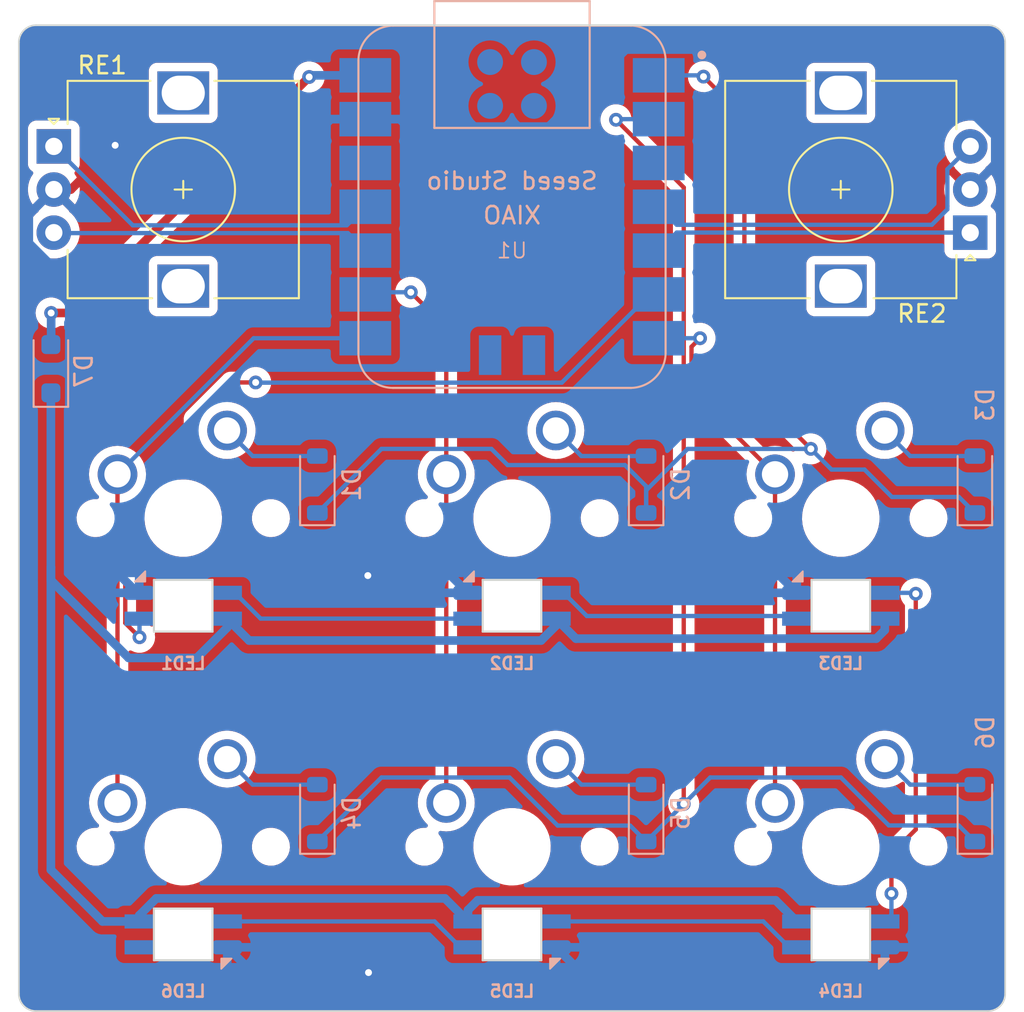
<source format=kicad_pcb>
(kicad_pcb (version 20221018) (generator pcbnew)
  (layers (0 "F.Cu" signal) (31 "B.Cu" signal) (34 "B.Paste" user) (35 "F.Paste" user) (36 "B.SilkS" user "B.Silkscreen") (37 "F.SilkS" user "F.Silkscreen") (38 "B.Mask" user) (39 "F.Mask" user) (44 "Edge.Cuts" user))
  (net 0 "")
  (net 1 "row0")
  (net 2 "Net-(D1-A)")
  (net 3 "Net-(D2-A)")
  (net 4 "Net-(D3-A)")
  (net 5 "row1")
  (net 6 "Net-(D4-A)")
  (net 7 "Net-(D5-A)")
  (net 8 "Net-(D6-A)")
  (net 9 "+4V")
  (net 10 "+5V")
  (net 11 "Net-(LED1-DOUT)")
  (net 12 "LED")
  (net 13 "GND")
  (net 14 "Net-(LED2-DOUT)")
  (net 15 "Net-(LED3-DOUT)")
  (net 16 "Net-(LED4-DOUT)")
  (net 17 "Net-(LED5-DOUT)")
  (net 19 "RE1_A")
  (net 20 "RE1_B")
  (net 21 "RE2_A")
  (net 22 "RE2_B")
  (net 23 "col0")
  (net 24 "col1")
  (net 25 "col2")
  (footprint "Rotary_Encoder:RotaryEncoder_Alps_EC12E_Vertical_H20mm" (layer "F.Cu") (at 49.65 54.65)
    (fp_text reference "RE1" (at 2.8 -4.7) (layer "F.SilkS"))
    (fp_text value "RotaryEncoder")
    (fp_line (start -0.3 -1.6) (end 0.3 -1.6) (stroke (width 0.12)) (layer "F.SilkS"))
    (fp_line (start 0 -1.3) (end -0.3 -1.6) (stroke (width 0.12)) (layer "F.SilkS"))
    (fp_line (start 0.3 -1.6) (end 0 -1.3) (stroke (width 0.12)) (layer "F.SilkS"))
    (fp_line (start 0.8 -3.8) (end 0.8 -1.3) (stroke (width 0.12)) (layer "F.SilkS"))
    (fp_line (start 0.8 8.8) (end 0.8 6) (stroke (width 0.12)) (layer "F.SilkS"))
    (fp_line (start 5.6 -3.8) (end 0.8 -3.8) (stroke (width 0.12)) (layer "F.SilkS"))
    (fp_line (start 5.7 8.8) (end 0.8 8.8) (stroke (width 0.12)) (layer "F.SilkS"))
    (fp_line (start 7 2.5) (end 8 2.5) (stroke (width 0.12)) (layer "F.SilkS"))
    (fp_line (start 7.5 2) (end 7.5 3) (stroke (width 0.12)) (layer "F.SilkS"))
    (fp_line (start 9.3 -3.8) (end 14.2 -3.8) (stroke (width 0.12)) (layer "F.SilkS"))
    (fp_line (start 14.2 -3.8) (end 14.2 8.8) (stroke (width 0.12)) (layer "F.SilkS"))
    (fp_line (start 14.2 8.8) (end 9.3 8.8) (stroke (width 0.12)) (layer "F.SilkS"))
    (fp_circle (center 7.5 2.5) (end 10.5 2.5) (stroke (width 0.12)) (fill none) (layer "F.SilkS"))
    (pad "A" thru_hole rect (at 0 0) (size 2 2) (drill 1) (layers "*.Cu" "*.Mask") (net 19 "RE1_A"))
    (pad "B" thru_hole circle (at 0 5) (size 2 2) (drill 1) (layers "*.Cu" "*.Mask") (net 20 "RE1_B"))
    (pad "C" thru_hole circle (at 0 2.5) (size 2 2) (drill 1) (layers "*.Cu" "*.Mask") (net 13 "GND"))
    (pad "MP" thru_hole rect (at 7.5 -3.1) (size 3 2.5) (drill oval 2.5 2) (layers "*.Cu" "*.Mask"))
    (pad "MP" thru_hole rect (at 7.5 8.1) (size 3 2.5) (drill oval 2.5 2) (layers "*.Cu" "*.Mask"))
  )
  (footprint "MX_Solderable:MX-Solderable-1U" (layer "F.Cu") (at 76.2 95.25)
    (fp_text reference "SW5")
    (fp_text value "SW_Push")
    (pad "" np_thru_hole circle (at -5.08 0 48.099) (size 1.7018 1.7018) (drill 1.7018) (layers "F&B.Cu" "*.Mask"))
    (pad "" np_thru_hole circle (at 0 0) (size 3.9878 3.9878) (drill 3.9878) (layers "*.Cu" "*.Mask"))
    (pad "" np_thru_hole circle (at 5.08 0 48.099) (size 1.7018 1.7018) (drill 1.7018) (layers "F&B.Cu" "*.Mask"))
    (pad "1" thru_hole circle (at -3.81 -2.54) (size 2.3 2.3) (drill 1.524) (layers "*.Cu" "B.Mask") (net 24 "col1"))
    (pad "2" thru_hole circle (at 2.54 -5.08) (size 2.3 2.3) (drill 1.524) (layers "*.Cu" "B.Mask") (net 7 "Net-(D5-A)"))
  )
  (footprint "MX_Solderable:MX-Solderable-1U" (layer "F.Cu") (at 95.25 95.25)
    (fp_text reference "SW6")
    (fp_text value "SW_Push")
    (pad "" np_thru_hole circle (at -5.08 0 48.099) (size 1.7018 1.7018) (drill 1.7018) (layers "F&B.Cu" "*.Mask"))
    (pad "" np_thru_hole circle (at 0 0) (size 3.9878 3.9878) (drill 3.9878) (layers "*.Cu" "*.Mask"))
    (pad "" np_thru_hole circle (at 5.08 0 48.099) (size 1.7018 1.7018) (drill 1.7018) (layers "F&B.Cu" "*.Mask"))
    (pad "1" thru_hole circle (at -3.81 -2.54) (size 2.3 2.3) (drill 1.524) (layers "*.Cu" "B.Mask") (net 25 "col2"))
    (pad "2" thru_hole circle (at 2.54 -5.08) (size 2.3 2.3) (drill 1.524) (layers "*.Cu" "B.Mask") (net 8 "Net-(D6-A)"))
  )
  (footprint "MX_Solderable:MX-Solderable-1U" (layer "F.Cu") (at 57.15 95.25)
    (fp_text reference "SW4")
    (fp_text value "SW_Push")
    (pad "" np_thru_hole circle (at -5.08 0 48.099) (size 1.7018 1.7018) (drill 1.7018) (layers "F&B.Cu" "*.Mask"))
    (pad "" np_thru_hole circle (at 0 0) (size 3.9878 3.9878) (drill 3.9878) (layers "*.Cu" "*.Mask"))
    (pad "" np_thru_hole circle (at 5.08 0 48.099) (size 1.7018 1.7018) (drill 1.7018) (layers "F&B.Cu" "*.Mask"))
    (pad "1" thru_hole circle (at -3.81 -2.54) (size 2.3 2.3) (drill 1.524) (layers "*.Cu" "B.Mask") (net 23 "col0"))
    (pad "2" thru_hole circle (at 2.54 -5.08) (size 2.3 2.3) (drill 1.524) (layers "*.Cu" "B.Mask") (net 6 "Net-(D4-A)"))
  )
  (footprint "MX_Solderable:MX-Solderable-1U" (layer "F.Cu") (at 57.15 76.2)
    (fp_text reference "SW1")
    (fp_text value "SW_Push")
    (pad "" np_thru_hole circle (at -5.08 0 48.099) (size 1.7018 1.7018) (drill 1.7018) (layers "F&B.Cu" "*.Mask"))
    (pad "" np_thru_hole circle (at 0 0) (size 3.9878 3.9878) (drill 3.9878) (layers "*.Cu" "*.Mask"))
    (pad "" np_thru_hole circle (at 5.08 0 48.099) (size 1.7018 1.7018) (drill 1.7018) (layers "F&B.Cu" "*.Mask"))
    (pad "1" thru_hole circle (at -3.81 -2.54) (size 2.3 2.3) (drill 1.524) (layers "*.Cu" "B.Mask") (net 23 "col0"))
    (pad "2" thru_hole circle (at 2.54 -5.08) (size 2.3 2.3) (drill 1.524) (layers "*.Cu" "B.Mask") (net 2 "Net-(D1-A)"))
  )
  (footprint "MX_Solderable:MX-Solderable-1U" (layer "F.Cu") (at 76.2 76.2)
    (fp_text reference "SW2")
    (fp_text value "SW_Push")
    (pad "" np_thru_hole circle (at -5.08 0 48.099) (size 1.7018 1.7018) (drill 1.7018) (layers "F&B.Cu" "*.Mask"))
    (pad "" np_thru_hole circle (at 0 0) (size 3.9878 3.9878) (drill 3.9878) (layers "*.Cu" "*.Mask"))
    (pad "" np_thru_hole circle (at 5.08 0 48.099) (size 1.7018 1.7018) (drill 1.7018) (layers "F&B.Cu" "*.Mask"))
    (pad "1" thru_hole circle (at -3.81 -2.54) (size 2.3 2.3) (drill 1.524) (layers "*.Cu" "B.Mask") (net 24 "col1"))
    (pad "2" thru_hole circle (at 2.54 -5.08) (size 2.3 2.3) (drill 1.524) (layers "*.Cu" "B.Mask") (net 3 "Net-(D2-A)"))
  )
  (footprint "Rotary_Encoder:RotaryEncoder_Alps_EC12E_Vertical_H20mm" (layer "F.Cu") (at 102.75 59.65 180)
    (fp_text reference "RE2" (at 2.8 -4.7) (layer "F.SilkS"))
    (fp_text value "RotaryEncoder")
    (fp_line (start -0.3 -1.6) (end 0.3 -1.6) (stroke (width 0.12)) (layer "F.SilkS"))
    (fp_line (start 0 -1.3) (end -0.3 -1.6) (stroke (width 0.12)) (layer "F.SilkS"))
    (fp_line (start 0.3 -1.6) (end 0 -1.3) (stroke (width 0.12)) (layer "F.SilkS"))
    (fp_line (start 0.8 -3.8) (end 0.8 -1.3) (stroke (width 0.12)) (layer "F.SilkS"))
    (fp_line (start 0.8 8.8) (end 0.8 6) (stroke (width 0.12)) (layer "F.SilkS"))
    (fp_line (start 5.6 -3.8) (end 0.8 -3.8) (stroke (width 0.12)) (layer "F.SilkS"))
    (fp_line (start 5.7 8.8) (end 0.8 8.8) (stroke (width 0.12)) (layer "F.SilkS"))
    (fp_line (start 7 2.5) (end 8 2.5) (stroke (width 0.12)) (layer "F.SilkS"))
    (fp_line (start 7.5 2) (end 7.5 3) (stroke (width 0.12)) (layer "F.SilkS"))
    (fp_line (start 9.3 -3.8) (end 14.2 -3.8) (stroke (width 0.12)) (layer "F.SilkS"))
    (fp_line (start 14.2 -3.8) (end 14.2 8.8) (stroke (width 0.12)) (layer "F.SilkS"))
    (fp_line (start 14.2 8.8) (end 9.3 8.8) (stroke (width 0.12)) (layer "F.SilkS"))
    (fp_circle (center 7.5 2.5) (end 10.5 2.5) (stroke (width 0.12)) (fill none) (layer "F.SilkS"))
    (pad "A" thru_hole rect (at 0 0 180) (size 2 2) (drill 1) (layers "*.Cu" "*.Mask") (net 21 "RE2_A"))
    (pad "B" thru_hole circle (at 0 5 180) (size 2 2) (drill 1) (layers "*.Cu" "*.Mask") (net 22 "RE2_B"))
    (pad "C" thru_hole circle (at 0 2.5 180) (size 2 2) (drill 1) (layers "*.Cu" "*.Mask") (net 13 "GND"))
    (pad "MP" thru_hole rect (at 7.5 -3.1 180) (size 3 2.5) (drill oval 2.5 2) (layers "*.Cu" "*.Mask"))
    (pad "MP" thru_hole rect (at 7.5 8.1 180) (size 3 2.5) (drill oval 2.5 2) (layers "*.Cu" "*.Mask"))
  )
  (footprint "MX_Solderable:MX-Solderable-1U" (layer "F.Cu") (at 95.25 76.2)
    (fp_text reference "SW3")
    (fp_text value "SW_Push")
    (pad "" np_thru_hole circle (at -5.08 0 48.099) (size 1.7018 1.7018) (drill 1.7018) (layers "F&B.Cu" "*.Mask"))
    (pad "" np_thru_hole circle (at 0 0) (size 3.9878 3.9878) (drill 3.9878) (layers "*.Cu" "*.Mask"))
    (pad "" np_thru_hole circle (at 5.08 0 48.099) (size 1.7018 1.7018) (drill 1.7018) (layers "F&B.Cu" "*.Mask"))
    (pad "1" thru_hole circle (at -3.81 -2.54) (size 2.3 2.3) (drill 1.524) (layers "*.Cu" "B.Mask") (net 25 "col2"))
    (pad "2" thru_hole circle (at 2.54 -5.08) (size 2.3 2.3) (drill 1.524) (layers "*.Cu" "B.Mask") (net 4 "Net-(D3-A)"))
  )
  (footprint "Keebio-Parts:SK6812-MINI-E" (layer "B.Cu") (at 76.2 100.33)
    (fp_text reference "LED5" (at 0 3.295 unlocked) (layer "B.SilkS") (effects (font (size 0.7 0.7)) (justify mirror)))
    (fp_text value "SK6812MINI-E" hide)
    (fp_poly (pts (xy 2.8 1.4) (xy 2.2 1.4) (xy 2.2 2)) (stroke (width 0.1)) (fill solid) (layer "B.SilkS"))
    (fp_line (start -1.7 -1.5) (end -1.7 1.5) (stroke (width 0.12)) (layer "Edge.Cuts"))
    (fp_line (start -1.7 1.5) (end 1.7 1.5) (stroke (width 0.12)) (layer "Edge.Cuts"))
    (fp_line (start 1.7 -1.5) (end -1.7 -1.5) (stroke (width 0.12)) (layer "Edge.Cuts"))
    (fp_line (start 1.7 1.5) (end 1.7 -1.5) (stroke (width 0.12)) (layer "Edge.Cuts"))
    (pad "1" smd rect (at -2.55 -0.75) (size 1.7 0.82) (layers "B.Cu" "B.Paste" "B.Mask") (net 9 "+4V"))
    (pad "2" smd rect (at -2.55 0.75) (size 1.7 0.82) (layers "B.Cu" "B.Paste" "B.Mask") (net 17 "Net-(LED5-DOUT)"))
    (pad "3" smd roundrect (at 2.55 0.75) (size 1.7 0.82) (layers "B.Cu" "B.Paste" "B.Mask") (net 13 "GND"))
    (pad "4" smd rect (at 2.55 -0.75) (size 1.7 0.82) (layers "B.Cu" "B.Paste" "B.Mask") (net 16 "Net-(LED4-DOUT)"))
  )
  (footprint "Keebio-Parts:SK6812-MINI-E" (layer "B.Cu") (at 76.2 81.28 180)
    (fp_text reference "LED2" (at 0 -3.345 unlocked) (layer "B.SilkS") (effects (font (size 0.7 0.7)) (justify mirror)))
    (fp_text value "SK6812MINI-E" hide)
    (fp_poly (pts (xy 2.8 1.4) (xy 2.2 1.4) (xy 2.2 2)) (stroke (width 0.1)) (fill solid) (layer "B.SilkS"))
    (fp_line (start -1.7 -1.5) (end -1.7 1.5) (stroke (width 0.12)) (layer "Edge.Cuts"))
    (fp_line (start -1.7 1.5) (end 1.7 1.5) (stroke (width 0.12)) (layer "Edge.Cuts"))
    (fp_line (start 1.7 -1.5) (end -1.7 -1.5) (stroke (width 0.12)) (layer "Edge.Cuts"))
    (fp_line (start 1.7 1.5) (end 1.7 -1.5) (stroke (width 0.12)) (layer "Edge.Cuts"))
    (pad "1" smd rect (at -2.55 -0.75 180) (size 1.7 0.82) (layers "B.Cu" "B.Paste" "B.Mask") (net 9 "+4V"))
    (pad "2" smd rect (at -2.55 0.75 180) (size 1.7 0.82) (layers "B.Cu" "B.Paste" "B.Mask") (net 14 "Net-(LED2-DOUT)"))
    (pad "3" smd roundrect (at 2.55 0.75 180) (size 1.7 0.82) (layers "B.Cu" "B.Paste" "B.Mask") (net 13 "GND"))
    (pad "4" smd rect (at 2.55 -0.75 180) (size 1.7 0.82) (layers "B.Cu" "B.Paste" "B.Mask") (net 11 "Net-(LED1-DOUT)"))
  )
  (footprint "Keebio-Parts:SK6812-MINI-E" (layer "B.Cu") (at 57.15 100.33)
    (fp_text reference "LED6" (at 0 3.295 unlocked) (layer "B.SilkS") (effects (font (size 0.7 0.7)) (justify mirror)))
    (fp_text value "SK6812MINI-E" hide)
    (fp_poly (pts (xy 2.8 1.4) (xy 2.2 1.4) (xy 2.2 2)) (stroke (width 0.1)) (fill solid) (layer "B.SilkS"))
    (fp_line (start -1.7 -1.5) (end -1.7 1.5) (stroke (width 0.12)) (layer "Edge.Cuts"))
    (fp_line (start -1.7 1.5) (end 1.7 1.5) (stroke (width 0.12)) (layer "Edge.Cuts"))
    (fp_line (start 1.7 -1.5) (end -1.7 -1.5) (stroke (width 0.12)) (layer "Edge.Cuts"))
    (fp_line (start 1.7 1.5) (end 1.7 -1.5) (stroke (width 0.12)) (layer "Edge.Cuts"))
    (pad "1" smd rect (at -2.55 -0.75) (size 1.7 0.82) (layers "B.Cu" "B.Paste" "B.Mask") (net 9 "+4V"))
    (pad "2" smd rect (at -2.55 0.75) (size 1.7 0.82) (layers "B.Cu" "B.Paste" "B.Mask"))
    (pad "3" smd roundrect (at 2.55 0.75) (size 1.7 0.82) (layers "B.Cu" "B.Paste" "B.Mask") (net 13 "GND"))
    (pad "4" smd rect (at 2.55 -0.75) (size 1.7 0.82) (layers "B.Cu" "B.Paste" "B.Mask") (net 17 "Net-(LED5-DOUT)"))
  )
  (footprint "Diode_SMD:D_SOD-123" (layer "B.Cu") (at 103.02 93.3 90)
    (fp_text reference "D6" (at 4.675 0.605 90) (layer "B.SilkS") (effects (justify mirror)))
    (fp_text value "1N4148W")
    (fp_line (start -2.36 -1) (end 1.65 -1) (stroke (width 0.12)) (layer "B.SilkS"))
    (fp_line (start -2.36 1) (end -2.36 -1) (stroke (width 0.12)) (layer "B.SilkS"))
    (fp_line (start -2.36 1) (end 1.65 1) (stroke (width 0.12)) (layer "B.SilkS"))
    (pad "1" smd roundrect (at -1.65 0 90) (size 0.9 1.2) (layers "B.Cu" "B.Paste" "B.Mask") (net 5 "row1"))
    (pad "2" smd roundrect (at 1.65 0 90) (size 0.9 1.2) (layers "B.Cu" "B.Paste" "B.Mask") (net 8 "Net-(D6-A)"))
  )
  (footprint "Diode_SMD:D_SOD-123" (layer "B.Cu") (at 64.92 93.3 90)
    (fp_text reference "D4" (at 0 2 90) (layer "B.SilkS") (effects (justify mirror)))
    (fp_text value "1N4148W")
    (fp_line (start -2.36 -1) (end 1.65 -1) (stroke (width 0.12)) (layer "B.SilkS"))
    (fp_line (start -2.36 1) (end -2.36 -1) (stroke (width 0.12)) (layer "B.SilkS"))
    (fp_line (start -2.36 1) (end 1.65 1) (stroke (width 0.12)) (layer "B.SilkS"))
    (pad "1" smd roundrect (at -1.65 0 90) (size 0.9 1.2) (layers "B.Cu" "B.Paste" "B.Mask") (net 5 "row1"))
    (pad "2" smd roundrect (at 1.65 0 90) (size 0.9 1.2) (layers "B.Cu" "B.Paste" "B.Mask") (net 6 "Net-(D4-A)"))
  )
  (footprint "Diode_SMD:D_SOD-123F" (layer "B.Cu") (at 49.48 67.5375 90)
    (fp_text reference "D7" (at -0.127 1.905 90) (layer "B.SilkS") (effects (justify mirror)))
    (fp_text value "GS1010FL")
    (fp_line (start -2.21 -1) (end 1.65 -1) (stroke (width 0.12)) (layer "B.SilkS"))
    (fp_line (start -2.21 1) (end -2.21 -1) (stroke (width 0.12)) (layer "B.SilkS"))
    (fp_line (start -2.21 1) (end 1.65 1) (stroke (width 0.12)) (layer "B.SilkS"))
    (pad "1" smd roundrect (at -1.4 0 90) (size 1.1 1.1) (layers "B.Cu" "B.Paste" "B.Mask") (roundrect_rratio 0.2272727273) (net 9 "+4V"))
    (pad "2" smd roundrect (at 1.4 0 90) (size 1.1 1.1) (layers "B.Cu" "B.Paste" "B.Mask") (roundrect_rratio 0.2272727273) (net 10 "+5V"))
  )
  (footprint "Keebio-Parts:SK6812-MINI-E" (layer "B.Cu") (at 95.25 81.28 180)
    (fp_text reference "LED3" (at 0 -3.345 unlocked) (layer "B.SilkS") (effects (font (size 0.7 0.7)) (justify mirror)))
    (fp_text value "SK6812MINI-E" hide)
    (fp_poly (pts (xy 2.8 1.4) (xy 2.2 1.4) (xy 2.2 2)) (stroke (width 0.1)) (fill solid) (layer "B.SilkS"))
    (fp_line (start -1.7 -1.5) (end -1.7 1.5) (stroke (width 0.12)) (layer "Edge.Cuts"))
    (fp_line (start -1.7 1.5) (end 1.7 1.5) (stroke (width 0.12)) (layer "Edge.Cuts"))
    (fp_line (start 1.7 -1.5) (end -1.7 -1.5) (stroke (width 0.12)) (layer "Edge.Cuts"))
    (fp_line (start 1.7 1.5) (end 1.7 -1.5) (stroke (width 0.12)) (layer "Edge.Cuts"))
    (pad "1" smd rect (at -2.55 -0.75 180) (size 1.7 0.82) (layers "B.Cu" "B.Paste" "B.Mask") (net 9 "+4V"))
    (pad "2" smd rect (at -2.55 0.75 180) (size 1.7 0.82) (layers "B.Cu" "B.Paste" "B.Mask") (net 15 "Net-(LED3-DOUT)"))
    (pad "3" smd roundrect (at 2.55 0.75 180) (size 1.7 0.82) (layers "B.Cu" "B.Paste" "B.Mask") (net 13 "GND"))
    (pad "4" smd rect (at 2.55 -0.75 180) (size 1.7 0.82) (layers "B.Cu" "B.Paste" "B.Mask") (net 14 "Net-(LED2-DOUT)"))
  )
  (footprint "Diode_SMD:D_SOD-123" (layer "B.Cu") (at 103.02 74.25 90)
    (fp_text reference "D3" (at 4.625 0.605 90) (layer "B.SilkS") (effects (justify mirror)))
    (fp_text value "1N4148W")
    (fp_line (start -2.36 -1) (end 1.65 -1) (stroke (width 0.12)) (layer "B.SilkS"))
    (fp_line (start -2.36 1) (end -2.36 -1) (stroke (width 0.12)) (layer "B.SilkS"))
    (fp_line (start -2.36 1) (end 1.65 1) (stroke (width 0.12)) (layer "B.SilkS"))
    (pad "1" smd roundrect (at -1.65 0 90) (size 0.9 1.2) (layers "B.Cu" "B.Paste" "B.Mask") (net 1 "row0"))
    (pad "2" smd roundrect (at 1.65 0 90) (size 0.9 1.2) (layers "B.Cu" "B.Paste" "B.Mask") (net 4 "Net-(D3-A)"))
  )
  (footprint "Keebio-Parts:SK6812-MINI-E" (layer "B.Cu") (at 95.25 100.33)
    (fp_text reference "LED4" (at 0 3.295 unlocked) (layer "B.SilkS") (effects (font (size 0.7 0.7)) (justify mirror)))
    (fp_text value "SK6812MINI-E" hide)
    (fp_poly (pts (xy 2.8 1.4) (xy 2.2 1.4) (xy 2.2 2)) (stroke (width 0.1)) (fill solid) (layer "B.SilkS"))
    (fp_line (start -1.7 -1.5) (end -1.7 1.5) (stroke (width 0.12)) (layer "Edge.Cuts"))
    (fp_line (start -1.7 1.5) (end 1.7 1.5) (stroke (width 0.12)) (layer "Edge.Cuts"))
    (fp_line (start 1.7 -1.5) (end -1.7 -1.5) (stroke (width 0.12)) (layer "Edge.Cuts"))
    (fp_line (start 1.7 1.5) (end 1.7 -1.5) (stroke (width 0.12)) (layer "Edge.Cuts"))
    (pad "1" smd rect (at -2.55 -0.75) (size 1.7 0.82) (layers "B.Cu" "B.Paste" "B.Mask") (net 9 "+4V"))
    (pad "2" smd rect (at -2.55 0.75) (size 1.7 0.82) (layers "B.Cu" "B.Paste" "B.Mask") (net 16 "Net-(LED4-DOUT)"))
    (pad "3" smd roundrect (at 2.55 0.75) (size 1.7 0.82) (layers "B.Cu" "B.Paste" "B.Mask") (net 13 "GND"))
    (pad "4" smd rect (at 2.55 -0.75) (size 1.7 0.82) (layers "B.Cu" "B.Paste" "B.Mask") (net 15 "Net-(LED3-DOUT)"))
  )
  (footprint "Diode_SMD:D_SOD-123" (layer "B.Cu") (at 83.97 93.3 90)
    (fp_text reference "D5" (at 0 2 90) (layer "B.SilkS") (effects (justify mirror)))
    (fp_text value "1N4148W")
    (fp_line (start -2.36 -1) (end 1.65 -1) (stroke (width 0.12)) (layer "B.SilkS"))
    (fp_line (start -2.36 1) (end -2.36 -1) (stroke (width 0.12)) (layer "B.SilkS"))
    (fp_line (start -2.36 1) (end 1.65 1) (stroke (width 0.12)) (layer "B.SilkS"))
    (pad "1" smd roundrect (at -1.65 0 90) (size 0.9 1.2) (layers "B.Cu" "B.Paste" "B.Mask") (net 5 "row1"))
    (pad "2" smd roundrect (at 1.65 0 90) (size 0.9 1.2) (layers "B.Cu" "B.Paste" "B.Mask") (net 7 "Net-(D5-A)"))
  )
  (footprint "Seeed Studio XIAO Series Library:XIAO-SAMD21-RP2040-14P-2.54-21X17.8MM (Seeeduino XIAO)" (layer "B.Cu") (at 76.2 58.15 180)
    (fp_text reference "U1" (at 0 -2.54) (layer "B.SilkS") (effects (font (size 0.889 0.889) (thickness 0.1016)) (justify mirror)))
    (fp_text value "Seeed Studio XIAO SAMD21" hide)
    (fp_text user "XIAO" (at 0 -0.5 unlocked) (layer "B.SilkS") (effects (justify mirror)))
    (fp_text user "Seeed Studio" (at 0 1.5 unlocked) (layer "B.SilkS") (effects (justify mirror)))
    (fp_line (start -8.9 8.5) (end -8.9 -8.5) (stroke (width 0.127)) (layer "B.SilkS"))
    (fp_line (start -6.9 -10.5) (end 6.9 -10.5) (stroke (width 0.127)) (layer "B.SilkS"))
    (fp_line (start -4.5 4.57073) (end -4.5 11.92403) (stroke (width 0.127)) (layer "B.SilkS"))
    (fp_line (start -4.5 11.92403) (end 4.5 11.92403) (stroke (width 0.127)) (layer "B.SilkS"))
    (fp_line (start 4.5 4.57073) (end -4.5 4.57073) (stroke (width 0.127)) (layer "B.SilkS"))
    (fp_line (start 4.5 11.92403) (end 4.5 4.57073) (stroke (width 0.127)) (layer "B.SilkS"))
    (fp_line (start 6.9 10.49909) (end -6.9 10.49909) (stroke (width 0.127)) (layer "B.SilkS"))
    (fp_line (start 8.9 -8.5) (end 8.9 8.5) (stroke (width 0.127)) (layer "B.SilkS"))
    (fp_arc (start -8.9 -8.5) (mid -8.301423 -9.901423) (end -6.9 -10.5) (stroke (width 0.12)) (layer "B.SilkS"))
    (fp_arc (start -6.9 10.5) (mid -8.301491 9.901491) (end -8.9 8.5) (stroke (width 0.12)) (layer "B.SilkS"))
    (fp_arc (start 6.9 -10.5) (mid 8.314214 -9.914214) (end 8.9 -8.5) (stroke (width 0.12)) (layer "B.SilkS"))
    (fp_arc (start 8.9 8.5) (mid 8.301492 9.901492) (end 6.9 10.5) (stroke (width 0.12)) (layer "B.SilkS"))
    (fp_circle (center -11 8.8) (end -11 9.054) (fill solid) (layer "B.SilkS"))
    (fp_poly (pts (xy -8.887715 8.561705) (xy -8.884667 8.610473) (xy -8.880603 8.659494)) (stroke (width 0.0254)) (fill none) (layer "B.SilkS"))
    (fp_poly (pts (xy 8.889492 -8.521574) (xy 8.887713 -8.57085) (xy 8.884665 -8.619618) (xy 8.880601 -8.668639) (xy 8.875268 -8.717407) (xy 8.868664 -8.766175) (xy 8.861044 -8.81469) (xy 8.852153 -8.86295) (xy 8.842248 -8.910955)) (stroke (width 0.0254)) (fill none) (layer "B.SilkS"))
    (pad "1" smd rect (at -8.5 7.62 180) (size 3 2) (layers "B.Cu" "B.Paste" "B.Mask") (net 1 "row0"))
    (pad "2" smd rect (at -8.5 5.08 180) (size 3 2) (layers "B.Cu" "B.Paste" "B.Mask") (net 5 "row1"))
    (pad "3" smd rect (at -8.5 2.54 180) (size 3 2) (layers "B.Cu" "B.Paste" "B.Mask"))
    (pad "4" smd rect (at -8.5 0 180) (size 3 2) (layers "B.Cu" "B.Paste" "B.Mask") (net 22 "RE2_B"))
    (pad "5" smd rect (at -8.5 -2.54 180) (size 3 2) (layers "B.Cu" "B.Paste" "B.Mask") (net 21 "RE2_A"))
    (pad "6" smd rect (at -8.5 -5.08) (size 3 2) (layers "B.Cu" "B.Paste" "B.Mask") (net 12 "LED"))
    (pad "7" smd rect (at -8.5 -7.62 180) (size 3 2) (layers "B.Cu" "B.Paste" "B.Mask") (net 25 "col2"))
    (pad "8" smd rect (at 8.5 -7.62 180) (size 3 2) (layers "B.Cu" "B.Paste" "B.Mask") (net 23 "col0"))
    (pad "9" smd rect (at 8.5 -5.08 180) (size 3 2) (layers "B.Cu" "B.Paste" "B.Mask") (net 24 "col1"))
    (pad "10" smd rect (at 8.5 -2.54 180) (size 3 2) (layers "B.Cu" "B.Paste" "B.Mask") (net 20 "RE1_B"))
    (pad "11" smd rect (at 8.5 0 180) (size 3 2) (layers "B.Cu" "B.Paste" "B.Mask") (net 19 "RE1_A"))
    (pad "12" smd rect (at 8.5 2.54 180) (size 3 2) (layers "B.Cu" "B.Paste" "B.Mask"))
    (pad "13" smd rect (at 8.5 5.08 180) (size 3 2) (layers "B.Cu" "B.Paste" "B.Mask") (net 13 "GND"))
    (pad "14" smd rect (at 8.5 7.62 180) (size 3 2) (layers "B.Cu" "B.Paste" "B.Mask") (net 10 "+5V"))
    (pad "15" smd circle (at -1.27 8.39 90) (size 1.5 1.5) (layers "B.Cu" "B.Paste" "B.Mask"))
    (pad "16" smd circle (at 1.27 8.39 90) (size 1.5 1.5) (layers "B.Cu" "B.Paste" "B.Mask"))
    (pad "17" smd circle (at -1.27 5.85 90) (size 1.5 1.5) (layers "B.Cu" "B.Paste" "B.Mask"))
    (pad "18" smd circle (at 1.27 5.85 90) (size 1.5 1.5) (layers "B.Cu" "B.Paste" "B.Mask"))
    (pad "19" smd rect (at -1.27 -8.6 90) (size 2.3 1.3) (layers "B.Cu" "B.Paste" "B.Mask"))
    (pad "20" smd rect (at 1.27 -8.6 90) (size 2.3 1.3) (layers "B.Cu" "B.Paste" "B.Mask"))
  )
  (footprint "Diode_SMD:D_SOD-123" (layer "B.Cu") (at 64.92 74.25 90)
    (fp_text reference "D1" (at 0 2 90) (layer "B.SilkS") (effects (justify mirror)))
    (fp_text value "1N4148W")
    (fp_line (start -2.36 -1) (end 1.65 -1) (stroke (width 0.12)) (layer "B.SilkS"))
    (fp_line (start -2.36 1) (end -2.36 -1) (stroke (width 0.12)) (layer "B.SilkS"))
    (fp_line (start -2.36 1) (end 1.65 1) (stroke (width 0.12)) (layer "B.SilkS"))
    (pad "1" smd roundrect (at -1.65 0 90) (size 0.9 1.2) (layers "B.Cu" "B.Paste" "B.Mask") (net 1 "row0"))
    (pad "2" smd roundrect (at 1.65 0 90) (size 0.9 1.2) (layers "B.Cu" "B.Paste" "B.Mask") (net 2 "Net-(D1-A)"))
  )
  (footprint "Keebio-Parts:SK6812-MINI-E" (layer "B.Cu") (at 57.15 81.28 180)
    (fp_text reference "LED1" (at 0 -3.345 unlocked) (layer "B.SilkS") (effects (font (size 0.7 0.7)) (justify mirror)))
    (fp_text value "SK6812MINI-E" hide)
    (fp_poly (pts (xy 2.8 1.4) (xy 2.2 1.4) (xy 2.2 2)) (stroke (width 0.1)) (fill solid) (layer "B.SilkS"))
    (fp_line (start -1.7 -1.5) (end -1.7 1.5) (stroke (width 0.12)) (layer "Edge.Cuts"))
    (fp_line (start -1.7 1.5) (end 1.7 1.5) (stroke (width 0.12)) (layer "Edge.Cuts"))
    (fp_line (start 1.7 -1.5) (end -1.7 -1.5) (stroke (width 0.12)) (layer "Edge.Cuts"))
    (fp_line (start 1.7 1.5) (end 1.7 -1.5) (stroke (width 0.12)) (layer "Edge.Cuts"))
    (pad "1" smd rect (at -2.55 -0.75 180) (size 1.7 0.82) (layers "B.Cu" "B.Paste" "B.Mask") (net 9 "+4V"))
    (pad "2" smd rect (at -2.55 0.75 180) (size 1.7 0.82) (layers "B.Cu" "B.Paste" "B.Mask") (net 11 "Net-(LED1-DOUT)"))
    (pad "3" smd roundrect (at 2.55 0.75 180) (size 1.7 0.82) (layers "B.Cu" "B.Paste" "B.Mask") (net 13 "GND"))
    (pad "4" smd rect (at 2.55 -0.75 180) (size 1.7 0.82) (layers "B.Cu" "B.Paste" "B.Mask") (net 12 "LED"))
  )
  (footprint "Diode_SMD:D_SOD-123" (layer "B.Cu") (at 83.97 74.25 90)
    (fp_text reference "D2" (at 0 2 90) (layer "B.SilkS") (effects (justify mirror)))
    (fp_text value "1N4148W")
    (fp_line (start -2.36 -1) (end 1.65 -1) (stroke (width 0.12)) (layer "B.SilkS"))
    (fp_line (start -2.36 1) (end -2.36 -1) (stroke (width 0.12)) (layer "B.SilkS"))
    (fp_line (start -2.36 1) (end 1.65 1) (stroke (width 0.12)) (layer "B.SilkS"))
    (pad "1" smd roundrect (at -1.65 0 90) (size 0.9 1.2) (layers "B.Cu" "B.Paste" "B.Mask") (net 1 "row0"))
    (pad "2" smd roundrect (at 1.65 0 90) (size 0.9 1.2) (layers "B.Cu" "B.Paste" "B.Mask") (net 3 "Net-(D2-A)"))
  )
  (gr_line (start 103.775 104.775) (end 48.625 104.775) (stroke (width 0.1)) (layer "Edge.Cuts"))
  (gr_arc (start 104.775 103.775) (mid 104.482107 104.482107) (end 103.775 104.775) (stroke (width 0.1)) (layer "Edge.Cuts"))
  (gr_line (start 104.775 48.625) (end 104.775 103.775) (stroke (width 0.1)) (layer "Edge.Cuts"))
  (gr_line (start 47.625 103.775) (end 47.625 48.625) (stroke (width 0.1)) (layer "Edge.Cuts"))
  (gr_arc (start 103.775 47.625) (mid 104.482107 47.917893) (end 104.775 48.625) (stroke (width 0.1)) (layer "Edge.Cuts"))
  (gr_line (start 48.625 47.625) (end 103.775 47.625) (stroke (width 0.1)) (layer "Edge.Cuts"))
  (gr_arc (start 48.625 104.775) (mid 47.917893 104.482107) (end 47.625 103.775) (stroke (width 0.1)) (layer "Edge.Cuts"))
  (gr_arc (start 47.625 48.625) (mid 47.917893 47.917893) (end 48.625 47.625) (stroke (width 0.1)) (layer "Edge.Cuts"))
  (segment (start 89.665 68.335) (end 93.515 72.185) (width 0.25) (layer "F.Cu") (net 1))
  (segment (start 87.295 50.605) (end 89.665 52.975) (width 0.25) (layer "F.Cu") (net 1))
  (segment (start 89.665 52.975) (end 89.665 68.335) (width 0.25) (layer "F.Cu") (net 1))
  (via (at 93.515 72.185) (size 0.8) (drill 0.4) (layers "F.Cu" "B.Cu") (net 1))
  (via (at 87.295 50.605) (size 0.8) (drill 0.4) (layers "F.Cu" "B.Cu") (net 1))
  (segment (start 102.0941 74.9741) (end 103.02 75.9) (width 0.25) (layer "B.Cu") (net 1))
  (segment (start 83.97 74.59) (end 86.375 72.185) (width 0.25) (layer "B.Cu") (net 1))
  (segment (start 87.22 50.53) (end 87.295 50.605) (width 0.25) (layer "B.Cu") (net 1))
  (segment (start 93.515 72.185) (end 94.715 73.385) (width 0.25) (layer "B.Cu") (net 1))
  (segment (start 82.745 73.125) (end 83.97 74.35) (width 0.25) (layer "B.Cu") (net 1))
  (segment (start 83.97 74.35) (end 83.97 75.9) (width 0.25) (layer "B.Cu") (net 1))
  (segment (start 98.2141 74.9741) (end 102.0941 74.9741) (width 0.25) (layer "B.Cu") (net 1))
  (segment (start 84.7 50.53) (end 87.22 50.53) (width 0.25) (layer "B.Cu") (net 1))
  (segment (start 83.97 75.9) (end 83.97 74.59) (width 0.25) (layer "B.Cu") (net 1))
  (segment (start 86.375 72.185) (end 93.515 72.185) (width 0.25) (layer "B.Cu") (net 1))
  (segment (start 64.92 75.9) (end 68.635 72.185) (width 0.25) (layer "B.Cu") (net 1))
  (segment (start 75.945 73.125) (end 82.745 73.125) (width 0.25) (layer "B.Cu") (net 1))
  (segment (start 96.625 73.385) (end 98.2141 74.9741) (width 0.25) (layer "B.Cu") (net 1))
  (segment (start 68.635 72.185) (end 75.005 72.185) (width 0.25) (layer "B.Cu") (net 1))
  (segment (start 75.005 72.185) (end 75.945 73.125) (width 0.25) (layer "B.Cu") (net 1))
  (segment (start 94.715 73.385) (end 96.625 73.385) (width 0.25) (layer "B.Cu") (net 1))
  (segment (start 61.17 72.6) (end 59.69 71.12) (width 0.25) (layer "B.Cu") (net 2))
  (segment (start 64.92 72.6) (end 61.17 72.6) (width 0.25) (layer "B.Cu") (net 2))
  (segment (start 80.22 72.6) (end 78.74 71.12) (width 0.25) (layer "B.Cu") (net 3))
  (segment (start 83.97 72.6) (end 80.22 72.6) (width 0.25) (layer "B.Cu") (net 3))
  (segment (start 99.27 72.6) (end 97.79 71.12) (width 0.25) (layer "B.Cu") (net 4))
  (segment (start 103.02 72.6) (end 99.27 72.6) (width 0.25) (layer "B.Cu") (net 4))
  (segment (start 82.225 53.105) (end 86.15 57.03) (width 0.25) (layer "F.Cu") (net 5))
  (segment (start 86.15 57.03) (end 86.15 92.77) (width 0.25) (layer "F.Cu") (net 5))
  (via (at 82.225 53.105) (size 0.8) (drill 0.4) (layers "F.Cu" "B.Cu") (net 5))
  (via (at 86.15 92.77) (size 0.8) (drill 0.4) (layers "F.Cu" "B.Cu") (net 5))
  (segment (start 95.255 91.235) (end 98.035 94.015) (width 0.25) (layer "B.Cu") (net 5))
  (segment (start 98.035 94.015) (end 102.085 94.015) (width 0.25) (layer "B.Cu") (net 5))
  (segment (start 83.0441 94.0241) (end 83.97 94.95) (width 0.25) (layer "B.Cu") (net 5))
  (segment (start 84.7 53.07) (end 82.26 53.07) (width 0.25) (layer "B.Cu") (net 5))
  (segment (start 68.635 91.235) (end 76.055 91.235) (width 0.25) (layer "B.Cu") (net 5))
  (segment (start 87.685 91.235) (end 95.255 91.235) (width 0.25) (layer "B.Cu") (net 5))
  (segment (start 64.92 94.95) (end 68.635 91.235) (width 0.25) (layer "B.Cu") (net 5))
  (segment (start 86.15 92.77) (end 87.685 91.235) (width 0.25) (layer "B.Cu") (net 5))
  (segment (start 78.8441 94.0241) (end 83.0441 94.0241) (width 0.25) (layer "B.Cu") (net 5))
  (segment (start 83.97 94.95) (end 86.15 92.77) (width 0.25) (layer "B.Cu") (net 5))
  (segment (start 82.26 53.07) (end 82.225 53.105) (width 0.25) (layer "B.Cu") (net 5))
  (segment (start 76.055 91.235) (end 78.8441 94.0241) (width 0.25) (layer "B.Cu") (net 5))
  (segment (start 102.085 94.015) (end 103.02 94.95) (width 0.25) (layer "B.Cu") (net 5))
  (segment (start 64.92 91.65) (end 61.17 91.65) (width 0.25) (layer "B.Cu") (net 6))
  (segment (start 61.17 91.65) (end 59.69 90.17) (width 0.25) (layer "B.Cu") (net 6))
  (segment (start 80.22 91.65) (end 78.74 90.17) (width 0.25) (layer "B.Cu") (net 7))
  (segment (start 83.97 91.65) (end 80.22 91.65) (width 0.25) (layer "B.Cu") (net 7))
  (segment (start 99.27 91.65) (end 97.79 90.17) (width 0.25) (layer "B.Cu") (net 8))
  (segment (start 103.02 91.65) (end 99.27 91.65) (width 0.25) (layer "B.Cu") (net 8))
  (segment (start 54.6 99.58) (end 54.6 99.23) (width 0.5) (layer "B.Cu") (net 9))
  (segment (start 49.48 79.8) (end 53.985 84.305) (width 0.5) (layer "B.Cu") (net 9))
  (segment (start 55.585 98.245) (end 72.315 98.245) (width 0.5) (layer "B.Cu") (net 9))
  (segment (start 53.985 84.305) (end 57.935 84.305) (width 0.5) (layer "B.Cu") (net 9))
  (segment (start 59.7 82.03) (end 60.965 83.295) (width 0.5) (layer "B.Cu") (net 9))
  (segment (start 97.305 83.185) (end 97.8 82.69) (width 0.5) (layer "B.Cu") (net 9))
  (segment (start 54.6 99.23) (end 55.585 98.245) (width 0.5) (layer "B.Cu") (net 9))
  (segment (start 73.65 98.92) (end 74.215 98.355) (width 0.5) (layer "B.Cu") (net 9))
  (segment (start 91.475 98.355) (end 92.7 99.58) (width 0.5) (layer "B.Cu") (net 9))
  (segment (start 52.47 99.58) (end 54.6 99.58) (width 0.5) (layer "B.Cu") (net 9))
  (segment (start 77.885 83.295) (end 78.75 82.43) (width 0.5) (layer "B.Cu") (net 9))
  (segment (start 79.905 83.185) (end 97.305 83.185) (width 0.5) (layer "B.Cu") (net 9))
  (segment (start 74.215 98.355) (end 91.475 98.355) (width 0.5) (layer "B.Cu") (net 9))
  (segment (start 73.65 99.58) (end 73.65 98.92) (width 0.5) (layer "B.Cu") (net 9))
  (segment (start 49.48 79.045) (end 49.48 96.59) (width 0.5) (layer "B.Cu") (net 9))
  (segment (start 59.7 82.54) (end 59.7 82.03) (width 0.5) (layer "B.Cu") (net 9))
  (segment (start 49.48 68.9375) (end 49.48 79.045) (width 0.5) (layer "B.Cu") (net 9))
  (segment (start 49.48 96.59) (end 52.47 99.58) (width 0.5) (layer "B.Cu") (net 9))
  (segment (start 78.75 82.03) (end 79.905 83.185) (width 0.5) (layer "B.Cu") (net 9))
  (segment (start 78.75 82.43) (end 78.75 82.03) (width 0.5) (layer "B.Cu") (net 9))
  (segment (start 60.965 83.295) (end 77.885 83.295) (width 0.5) (layer "B.Cu") (net 9))
  (segment (start 57.935 84.305) (end 59.7 82.54) (width 0.5) (layer "B.Cu") (net 9))
  (segment (start 49.48 79.045) (end 49.48 79.8) (width 0.5) (layer "B.Cu") (net 9))
  (segment (start 97.8 82.69) (end 97.8 82.03) (width 0.5) (layer "B.Cu") (net 9))
  (segment (start 72.315 98.245) (end 73.65 99.58) (width 0.5) (layer "B.Cu") (net 9))
  (segment (start 50.765 64.305) (end 49.495 64.305) (width 0.5) (layer "F.Cu") (net 10))
  (segment (start 64.445 50.625) (end 50.765 64.305) (width 0.5) (layer "F.Cu") (net 10))
  (via (at 49.495 64.305) (size 0.8) (drill 0.4) (layers "F.Cu" "B.Cu") (net 10))
  (via (at 64.445 50.625) (size 0.8) (drill 0.4) (layers "F.Cu" "B.Cu") (net 10))
  (segment (start 67.7 50.53) (end 64.54 50.53) (width 0.5) (layer "B.Cu") (net 10))
  (segment (start 49.495 64.305) (end 49.495 66.1225) (width 0.5) (layer "B.Cu") (net 10))
  (segment (start 49.495 66.1225) (end 49.48 66.1375) (width 0.5) (layer "B.Cu") (net 10))
  (segment (start 64.54 50.53) (end 64.445 50.625) (width 0.5) (layer "B.Cu") (net 10))
  (segment (start 60.14 80.53) (end 61.635 82.025) (width 0.25) (layer "B.Cu") (net 11))
  (segment (start 73.645 82.025) (end 73.65 82.03) (width 0.25) (layer "B.Cu") (net 11))
  (segment (start 59.7 80.53) (end 60.14 80.53) (width 0.25) (layer "B.Cu") (net 11))
  (segment (start 61.635 82.025) (end 73.645 82.025) (width 0.25) (layer "B.Cu") (net 11))
  (segment (start 57.805 70.455) (end 57.805 71.875) (width 0.25) (layer "F.Cu") (net 12))
  (segment (start 53.79 82.28) (end 54.615 83.105) (width 0.25) (layer "F.Cu") (net 12))
  (segment (start 57.805 71.875) (end 53.79 75.89) (width 0.25) (layer "F.Cu") (net 12))
  (segment (start 61.345 68.335) (end 59.925 68.335) (width 0.25) (layer "F.Cu") (net 12))
  (segment (start 53.79 75.89) (end 53.79 82.28) (width 0.25) (layer "F.Cu") (net 12))
  (segment (start 59.925 68.335) (end 57.805 70.455) (width 0.25) (layer "F.Cu") (net 12))
  (via (at 54.615 83.105) (size 0.8) (drill 0.4) (layers "F.Cu" "B.Cu") (net 12))
  (via (at 61.345 68.335) (size 0.8) (drill 0.4) (layers "F.Cu" "B.Cu") (net 12))
  (segment (start 79.085 68.345) (end 84.2 63.23) (width 0.25) (layer "B.Cu") (net 12))
  (segment (start 61.355 68.345) (end 79.085 68.345) (width 0.25) (layer "B.Cu") (net 12))
  (segment (start 54.615 82.045) (end 54.6 82.03) (width 0.25) (layer "B.Cu") (net 12))
  (segment (start 61.345 68.335) (end 61.355 68.345) (width 0.25) (layer "B.Cu") (net 12))
  (segment (start 54.615 83.105) (end 54.615 82.045) (width 0.25) (layer "B.Cu") (net 12))
  (segment (start 84.2 63.23) (end 84.7 63.23) (width 0.25) (layer "B.Cu") (net 12))
  (segment (start 53.205 54.585) (end 50.64 57.15) (width 0.5) (layer "F.Cu") (net 13))
  (segment (start 67.905 79.59) (end 67.845 79.53) (width 0.5) (layer "F.Cu") (net 13))
  (segment (start 67.885 102.545) (end 67.905 102.525) (width 0.5) (layer "F.Cu") (net 13))
  (segment (start 67.905 102.525) (end 67.905 79.59) (width 0.5) (layer "F.Cu") (net 13))
  (segment (start 50.64 57.15) (end 49.65 57.15) (width 0.5) (layer "F.Cu") (net 13))
  (via (at 53.205 54.585) (size 0.8) (drill 0.4) (layers "F.Cu" "B.Cu") (net 13))
  (via (at 67.845 79.53) (size 0.8) (drill 0.4) (layers "F.Cu" "B.Cu") (net 13))
  (via (at 67.885 102.545) (size 0.8) (drill 0.4) (layers "F.Cu" "B.Cu") (net 13))
  (segment (start 67.845 79.53) (end 68.49 78.885) (width 0.5) (layer "B.Cu") (net 13))
  (segment (start 67.23 78.915) (end 67.845 79.53) (width 0.5) (layer "B.Cu") (net 13))
  (segment (start 73.65 79.64) (end 74.375 78.915) (width 0.5) (layer "B.Cu") (net 13))
  (segment (start 78.33 53.5) (end 82.795 49.035) (width 0.5) (layer "B.Cu") (net 13))
  (segment (start 61.165 102.545) (end 59.7 101.08) (width 0.5) (layer "B.Cu") (net 13))
  (segment (start 50.545 76.585461) (end 50.545 62.59561) (width 0.5) (layer "B.Cu") (net 13))
  (segment (start 69.7 53.07) (end 70.13 53.5) (width 0.5) (layer "B.Cu") (net 13))
  (segment (start 67.7 53.07) (end 65.7 53.07) (width 0.5) (layer "B.Cu") (net 13))
  (segment (start 65.7 53.07) (end 64.185 54.585) (width 0.5) (layer "B.Cu") (net 13))
  (segment (start 97.8 101.99) (end 96.835 102.955) (width 0.5) (layer "B.Cu") (net 13))
  (segment (start 73.65 80.53) (end 73.65 79.64) (width 0.5) (layer "B.Cu") (net 13))
  (segment (start 78.75 102.06) (end 78.265 102.545) (width 0.5) (layer "B.Cu") (net 13))
  (segment (start 67.7 53.07) (end 69.7 53.07) (width 0.5) (layer "B.Cu") (net 13))
  (segment (start 54.6 80.53) (end 54.489539 80.53) (width 0.5) (layer "B.Cu") (net 13))
  (segment (start 82.795 49.035) (end 99.18561 49.035) (width 0.5) (layer "B.Cu") (net 13))
  (segment (start 104.2 54.04939) (end 104.2 55.7) (width 0.5) (layer "B.Cu") (net 13))
  (segment (start 68.49 78.885) (end 72.005 78.885) (width 0.5) (layer "B.Cu") (net 13))
  (segment (start 50.545 62.59561) (end 48.2 60.25061) (width 0.5) (layer "B.Cu") (net 13))
  (segment (start 104.2 55.7) (end 102.75 57.15) (width 0.5) (layer "B.Cu") (net 13))
  (segment (start 54.6 80.53) (end 54.6 79.62) (width 0.5) (layer "B.Cu") (net 13))
  (segment (start 48.2 60.25061) (end 48.2 58.6) (width 0.5) (layer "B.Cu") (net 13))
  (segment (start 99.18561 49.035) (end 104.2 54.04939) (width 0.5) (layer "B.Cu") (net 13))
  (segment (start 80.625 102.955) (end 78.75 101.08) (width 0.5) (layer "B.Cu") (net 13))
  (segment (start 96.835 102.955) (end 80.625 102.955) (width 0.5) (layer "B.Cu") (net 13))
  (segment (start 55.305 78.915) (end 67.23 78.915) (width 0.5) (layer "B.Cu") (net 13))
  (segment (start 54.489539 80.53) (end 50.545 76.585461) (width 0.5) (layer "B.Cu") (net 13))
  (segment (start 78.265 102.545) (end 61.165 102.545) (width 0.5) (layer "B.Cu") (net 13))
  (segment (start 74.375 78.915) (end 91.085 78.915) (width 0.5) (layer "B.Cu") (net 13))
  (segment (start 72.005 78.885) (end 73.65 80.53) (width 0.5) (layer "B.Cu") (net 13))
  (segment (start 54.6 79.62) (end 55.305 78.915) (width 0.5) (layer "B.Cu") (net 13))
  (segment (start 91.085 78.915) (end 92.7 80.53) (width 0.5) (layer "B.Cu") (net 13))
  (segment (start 78.75 101.08) (end 78.75 102.06) (width 0.5) (layer "B.Cu") (net 13))
  (segment (start 48.2 58.6) (end 49.65 57.15) (width 0.5) (layer "B.Cu") (net 13))
  (segment (start 70.13 53.5) (end 78.33 53.5) (width 0.5) (layer "B.Cu") (net 13))
  (segment (start 64.185 54.585) (end 53.205 54.585) (width 0.5) (layer "B.Cu") (net 13))
  (segment (start 97.8 101.08) (end 97.8 101.99) (width 0.5) (layer "B.Cu") (net 13))
  (segment (start 80.535 81.875) (end 92.545 81.875) (width 0.25) (layer "B.Cu") (net 14))
  (segment (start 79.19 80.53) (end 80.535 81.875) (width 0.25) (layer "B.Cu") (net 14))
  (segment (start 78.75 80.53) (end 79.19 80.53) (width 0.25) (layer "B.Cu") (net 14))
  (segment (start 92.545 81.875) (end 92.7 82.03) (width 0.25) (layer "B.Cu") (net 14))
  (segment (start 99.595 94.251316) (end 98.185 95.661316) (width 0.25) (layer "F.Cu") (net 15))
  (segment (start 99.595 80.585) (end 99.595 94.251316) (width 0.25) (layer "F.Cu") (net 15))
  (segment (start 98.185 95.661316) (end 98.185 97.965) (width 0.25) (layer "F.Cu") (net 15))
  (via (at 99.595 80.585) (size 0.8) (drill 0.4) (layers "F.Cu" "B.Cu") (net 15))
  (via (at 98.185 97.965) (size 0.8) (drill 0.4) (layers "F.Cu" "B.Cu") (net 15))
  (segment (start 98.185 99.195) (end 97.8 99.58) (width 0.25) (layer "B.Cu") (net 15))
  (segment (start 97.8 80.53) (end 99.54 80.53) (width 0.25) (layer "B.Cu") (net 15))
  (segment (start 98.185 97.965) (end 98.185 99.195) (width 0.25) (layer "B.Cu") (net 15))
  (segment (start 99.54 80.53) (end 99.595 80.585) (width 0.25) (layer "B.Cu") (net 15))
  (segment (start 92.7 101.08) (end 92.26 101.08) (width 0.25) (layer "B.Cu") (net 16))
  (segment (start 90.76 99.58) (end 78.75 99.58) (width 0.25) (layer "B.Cu") (net 16))
  (segment (start 92.26 101.08) (end 90.76 99.58) (width 0.25) (layer "B.Cu") (net 16))
  (segment (start 71.71 99.58) (end 59.7 99.58) (width 0.25) (layer "B.Cu") (net 17))
  (segment (start 73.21 101.08) (end 71.71 99.58) (width 0.25) (layer "B.Cu") (net 17))
  (segment (start 73.65 101.08) (end 73.21 101.08) (width 0.25) (layer "B.Cu") (net 17))
  (segment (start 67.7 58.15) (end 66.625 59.225) (width 0.25) (layer "B.Cu") (net 19))
  (segment (start 54.225 59.225) (end 49.65 54.65) (width 0.25) (layer "B.Cu") (net 19))
  (segment (start 66.625 59.225) (end 54.225 59.225) (width 0.25) (layer "B.Cu") (net 19))
  (segment (start 66.685 59.675) (end 49.675 59.675) (width 0.25) (layer "B.Cu") (net 20))
  (segment (start 67.7 60.69) (end 66.685 59.675) (width 0.25) (layer "B.Cu") (net 20))
  (segment (start 49.675 59.675) (end 49.65 59.65) (width 0.25) (layer "B.Cu") (net 20))
  (segment (start 102.745 59.645) (end 102.75 59.65) (width 0.25) (layer "B.Cu") (net 21))
  (segment (start 85.745 59.645) (end 102.745 59.645) (width 0.25) (layer "B.Cu") (net 21))
  (segment (start 84.7 60.69) (end 85.745 59.645) (width 0.25) (layer "B.Cu") (net 21))
  (segment (start 101.425 58.295) (end 101.425 55.975) (width 0.25) (layer "B.Cu") (net 22))
  (segment (start 84.7 58.15) (end 85.745 59.195) (width 0.25) (layer "B.Cu") (net 22))
  (segment (start 100.525 59.195) (end 101.425 58.295) (width 0.25) (layer "B.Cu") (net 22))
  (segment (start 101.425 55.975) (end 102.75 54.65) (width 0.25) (layer "B.Cu") (net 22))
  (segment (start 85.745 59.195) (end 100.525 59.195) (width 0.25) (layer "B.Cu") (net 22))
  (segment (start 53.34 73.66) (end 53.34 92.71) (width 0.25) (layer "F.Cu") (net 23))
  (segment (start 67.7 65.77) (end 61.23 65.77) (width 0.25) (layer "B.Cu") (net 23))
  (segment (start 61.23 65.77) (end 53.34 73.66) (width 0.25) (layer "B.Cu") (net 23))
  (segment (start 70.335 63.105) (end 72.39 65.16) (width 0.25) (layer "F.Cu") (net 24))
  (segment (start 72.39 73.66) (end 72.39 92.71) (width 0.25) (layer "F.Cu") (net 24))
  (segment (start 72.39 65.16) (end 72.39 73.66) (width 0.25) (layer "F.Cu") (net 24))
  (via (at 70.335 63.105) (size 0.8) (drill 0.4) (layers "F.Cu" "B.Cu") (net 24))
  (segment (start 68.2 63.23) (end 67.7 63.23) (width 0.25) (layer "B.Cu") (net 24))
  (segment (start 70.335 63.105) (end 68.325 63.105) (width 0.25) (layer "B.Cu") (net 24))
  (segment (start 68.325 63.105) (end 68.2 63.23) (width 0.25) (layer "B.Cu") (net 24))
  (segment (start 86.6 68.82) (end 91.44 73.66) (width 0.25) (layer "F.Cu") (net 25))
  (segment (start 87.095 65.77) (end 86.6 66.265) (width 0.25) (layer "F.Cu") (net 25))
  (segment (start 91.44 73.66) (end 91.44 92.71) (width 0.25) (layer "F.Cu") (net 25))
  (segment (start 86.6 66.265) (end 86.6 68.82) (width 0.25) (layer "F.Cu") (net 25))
  (via (at 87.095 65.77) (size 0.8) (drill 0.4) (layers "F.Cu" "B.Cu") (net 25))
  (segment (start 87.095 65.77) (end 84.7 65.77) (width 0.25) (layer "B.Cu") (net 25))
  (zone (net 13) (net_name "GND") (layers "F&B.Cu") (connect_pads (clearance 0.5)) (min_thickness 0.25) (fill yes (thermal_gap 0.5) (thermal_bridge_width 0.5))
    (polygon (pts (xy 47.625 47.625) (xy 47.625 104.775) (xy 104.775 104.775) (xy 104.775 47.625)))
  )
)
</source>
